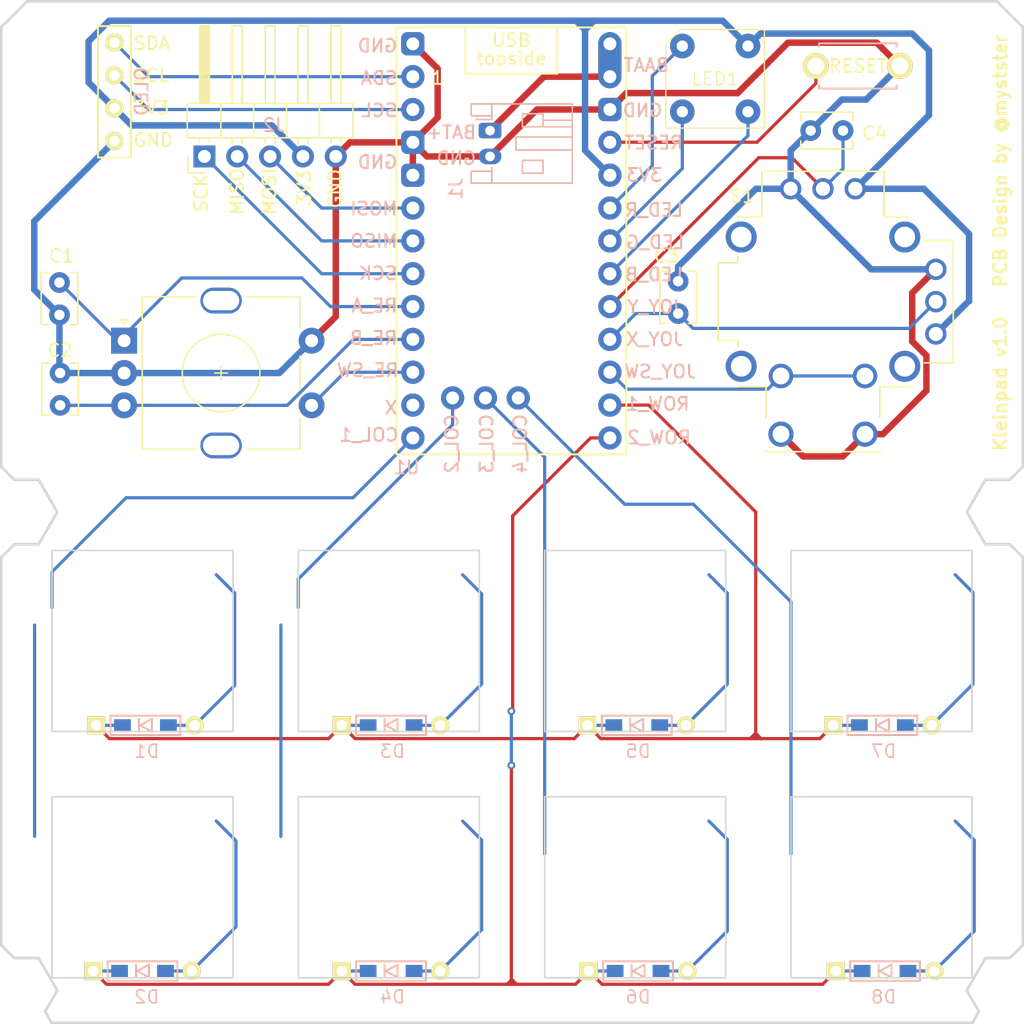
<source format=kicad_pcb>
(kicad_pcb (version 20241229) (generator "pcbnew") (generator_version "9.0")
  (title_block (title "Kleinpad") (date "2025-07-19") (rev "1.0"))
  (layers (0 "F.Cu" signal) (2 "B.Cu" signal) (13 "F.Paste" user) (15 "B.Paste" user) (5 "F.SilkS" user "F.Silkscreen") (7 "B.SilkS" user "B.Silkscreen") (1 "F.Mask" user) (3 "B.Mask" user) (25 "Edge.Cuts" user))
  (net 0 "")
  (net 1 "RE_A")
  (net 2 "GND")
  (net 3 "RE_B")
  (net 4 "Net-(D1-A)")
  (net 5 "ROW_1")
  (net 6 "Net-(D2-A)")
  (net 7 "ROW_2")
  (net 8 "Net-(D3-A)")
  (net 9 "Net-(D4-A)")
  (net 10 "Net-(D5-A)")
  (net 11 "Net-(D6-A)")
  (net 12 "Net-(D7-A)")
  (net 13 "Net-(D8-A)")
  (net 14 "LED_G")
  (net 15 "LED_B")
  (net 16 "LED_R")
  (net 17 "+BATT")
  (net 18 "SCK")
  (net 19 "3V3")
  (net 20 "MISO")
  (net 21 "MOSI")
  (net 22 "SCL")
  (net 23 "SDA")
  (net 24 "COL_1")
  (net 25 "COL_2")
  (net 26 "COL_3")
  (net 27 "RST")
  (net 28 "RE_SW")
  (net 29 "COL_4")
  (net 31 "JOY_X")
  (net 32 "JOY_Y")
  (net 34 "JOY_SW")
  (footprint "Capacitor_THT:C_Disc_D3.8mm_W2.6mm_P2.50mm" (layer "F.Cu") (at 105.775625 84.7255 90)
    (property "Reference" "C1" (at 4.55 0.15 180) (layer "F.SilkS"))
    (property "Value" "0.1u")
    (pad "1" thru_hole circle (at 0 0 90) (size 1.6 1.6) (drill 0.8) (layers "*.Cu" "*.Mask") (net 2 "GND"))
    (pad "2" thru_hole circle (at 2.5 0 90) (size 1.6 1.6) (drill 0.8) (layers "*.Cu" "*.Mask") (net 1 "RE_A"))
  )
  (footprint "kbd_Parts:Diode_TH_SMD" (layer "F.Cu") (at 169.4225 116.4755)
    (property "Reference" "D7" (at 0.103125 2 0) (layer "B.SilkS") (effects (font (thickness 0.125)) (justify mirror)))
    (property "Value" "1N4148" (hide yes))
    (pad "1" thru_hole rect (at -3.81 0) (size 1.397 1.397) (drill 0.8128) (layers "*.Cu" "*.Mask" "F.SilkS") (net 5 "ROW_1"))
    (pad "1" smd rect (at -1.775 0) (size 1.3 0.95) (layers "B.Cu" "B.Mask" "B.Paste") (net 5 "ROW_1"))
    (pad "2" smd rect (at 1.775 0) (size 1.3 0.95) (layers "B.Cu" "B.Mask" "B.Paste") (net 12 "Net-(D7-A)"))
    (pad "2" thru_hole circle (at 3.81 0) (size 1.397 1.397) (drill 0.8128) (layers "*.Cu" "*.Mask" "F.SilkS") (net 12 "Net-(D7-A)"))
  )
  (footprint "kbd:SW_Hole" (layer "F.Cu") (at 150.30125 109.94675)
    (property "Reference" "RC3-1" (hide yes))
    (property "Value" "SW_Push" (hide yes))
    (fp_line (start -7 -7) (end -7 7) (stroke (width 0.12)) (layer "Edge.Cuts"))
    (fp_line (start -7 7) (end 7 7) (stroke (width 0.12)) (layer "Edge.Cuts"))
    (fp_line (start 7 -7) (end -7 -7) (stroke (width 0.12)) (layer "Edge.Cuts"))
    (fp_line (start 7 7) (end 7 -7) (stroke (width 0.12)) (layer "Edge.Cuts"))
  )
  (footprint "Capacitor_THT:C_Disc_D3.8mm_W2.6mm_P2.50mm" (layer "F.Cu") (at 166.375625 70.4755 180)
    (property "Reference" "C4" (at -2.45 -0.2 0) (layer "F.SilkS"))
    (property "Value" "0.1u")
    (pad "1" thru_hole circle (at 0 0 180) (size 1.6 1.6) (drill 0.8) (layers "*.Cu" "*.Mask") (net 32 "JOY_Y"))
    (pad "2" thru_hole circle (at 2.5 0 180) (size 1.6 1.6) (drill 0.8) (layers "*.Cu" "*.Mask") (net 2 "GND"))
  )
  (footprint "myLibrary:LED Rectangle(OSTBMAZ2C1D)" (layer "F.Cu") (at 156.485625 66.4755 90)
    (property "Reference" "LED1" (at 0 0 0) (layer "F.SilkS") (effects (font (thickness 0.1))))
    (property "Value" "LED_ABGR")
    (pad "1" thru_hole circle (at 2.54 2.54 90) (size 1.905 1.905) (drill 0.87) (layers "*.Cu" "*.Mask") (net 19 "3V3"))
    (pad "2" thru_hole circle (at -2.54 2.54 90) (size 1.905 1.905) (drill 0.87) (layers "*.Cu" "*.Mask") (net 15 "LED_B"))
    (pad "3" thru_hole circle (at -2.54 -2.54 90) (size 1.905 1.905) (drill 0.87) (layers "*.Cu" "*.Mask") (net 14 "LED_G"))
    (pad "4" thru_hole circle (at 2.54 -2.54 90) (size 1.905 1.905) (drill 0.87) (layers "*.Cu" "*.Mask") (net 16 "LED_R"))
  )
  (footprint "Capacitor_THT:C_Disc_D3.8mm_W2.6mm_P2.50mm" (layer "F.Cu") (at 153.625625 84.6255 90)
    (property "Reference" "C3" (at 4.45 -0.9 180) (layer "F.SilkS"))
    (property "Value" "0.1u")
    (pad "1" thru_hole circle (at 0 0 90) (size 1.6 1.6) (drill 0.8) (layers "*.Cu" "*.Mask") (net 31 "JOY_X"))
    (pad "2" thru_hole circle (at 2.5 0 90) (size 1.6 1.6) (drill 0.8) (layers "*.Cu" "*.Mask") (net 2 "GND"))
  )
  (footprint "RKJXV122400R:SW_RKJXV122400R" (layer "F.Cu") (at 164.825625 83.7055)
    (property "Reference" "S1" (at -6.25 -8.15 0) (layer "F.SilkS"))
    (property "Value" "RKJXV122400R")
    (pad "" np_thru_hole circle (at -4.3 0) (size 1.65 1.65) (drill 1.65) (layers "*.Cu" "*.Mask"))
    (pad "" np_thru_hole circle (at 4.3 0) (size 1.65 1.65) (drill 1.65) (layers "*.Cu" "*.Mask"))
    (pad "A" thru_hole circle (at -3.25 5.75) (size 1.9 1.9) (drill 1.3) (layers "*.Cu" "*.Mask") (net 34 "JOY_SW"))
    (pad "B" thru_hole circle (at -3.25 10.25) (size 1.95 1.95) (drill 1.3) (layers "*.Cu" "*.Mask") (net 2 "GND"))
    (pad "C" thru_hole circle (at 3.25 5.75) (size 1.9 1.9) (drill 1.3) (layers "*.Cu" "*.Mask") (net 34 "JOY_SW"))
    (pad "D" thru_hole circle (at 3.25 10.25) (size 1.95 1.95) (drill 1.3) (layers "*.Cu" "*.Mask") (net 2 "GND"))
    (pad "SH1" thru_hole circle (at -6.325 -5) (size 2.4 2.4) (drill 1.6) (layers "*.Cu" "*.Mask"))
    (pad "SH2" thru_hole circle (at 6.325 -5) (size 2.4 2.4) (drill 1.6) (layers "*.Cu" "*.Mask"))
    (pad "SH3" thru_hole circle (at 6.325 5) (size 2.4 2.4) (drill 1.6) (layers "*.Cu" "*.Mask"))
    (pad "SH4" thru_hole circle (at -6.325 5) (size 2.4 2.4) (drill 1.6) (layers "*.Cu" "*.Mask"))
    (pad "VR1_1" thru_hole circle (at 8.73 2.5) (size 1.65 1.65) (drill 1.1) (layers "*.Cu" "*.Mask") (net 19 "3V3"))
    (pad "VR1_2" thru_hole circle (at 8.73 0) (size 1.65 1.65) (drill 1.1) (layers "*.Cu" "*.Mask") (net 31 "JOY_X"))
    (pad "VR1_3" thru_hole circle (at 8.73 -2.5) (size 1.65 1.65) (drill 1.1) (layers "*.Cu" "*.Mask") (net 2 "GND"))
    (pad "VR2_1" thru_hole circle (at 2.5 -8.73) (size 1.65 1.65) (drill 1.1) (layers "*.Cu" "*.Mask") (net 19 "3V3"))
    (pad "VR2_2" thru_hole circle (at 0 -8.73) (size 1.65 1.65) (drill 1.1) (layers "*.Cu" "*.Mask") (net 32 "JOY_Y"))
    (pad "VR2_3" thru_hole circle (at -2.5 -8.73) (size 1.65 1.65) (drill 1.1) (layers "*.Cu" "*.Mask") (net 2 "GND"))
  )
  (footprint "kbd_Parts:OLED" (layer "F.Cu") (at 110.025625 63.6655 -90)
    (property "Reference" "OL1")
    (property "Value" "OLED" (hide yes))
    (fp_text user "OLED" (at 3.8 -2.1 90) (layer "B.SilkS") (effects (justify mirror)))
    (pad "1" thru_hole circle (at 0 0 270) (size 1.397 1.397) (drill 0.8128) (layers "*.Cu" "*.Mask" "F.SilkS") (net 23 "SDA"))
    (pad "2" thru_hole circle (at 2.54 0 270) (size 1.397 1.397) (drill 0.8128) (layers "*.Cu" "*.Mask" "F.SilkS") (net 22 "SCL"))
    (pad "3" thru_hole circle (at 5.08 0 270) (size 1.397 1.397) (drill 0.8128) (layers "*.Cu" "*.Mask" "F.SilkS") (net 19 "3V3"))
    (pad "4" thru_hole circle (at 7.62 0 270) (size 1.397 1.397) (drill 0.8128) (layers "*.Cu" "*.Mask" "F.SilkS") (net 2 "GND"))
  )
  (footprint "kbd:SW_Hole" (layer "F.Cu") (at 169.35125 109.94675)
    (property "Reference" "RC4-1" (hide yes))
    (property "Value" "SW_Push" (hide yes))
    (fp_line (start -7 -7) (end -7 7) (stroke (width 0.12)) (layer "Edge.Cuts"))
    (fp_line (start -7 7) (end 7 7) (stroke (width 0.12)) (layer "Edge.Cuts"))
    (fp_line (start 7 -7) (end -7 -7) (stroke (width 0.12)) (layer "Edge.Cuts"))
    (fp_line (start 7 7) (end 7 -7) (stroke (width 0.12)) (layer "Edge.Cuts"))
  )
  (footprint "kbd_Parts:Diode_TH_SMD" (layer "F.Cu") (at 150.525625 135.4755)
    (property "Reference" "D6" (at 0 2 0) (layer "B.SilkS") (effects (font (thickness 0.125)) (justify mirror)))
    (property "Value" "1N4148" (hide yes))
    (pad "1" thru_hole rect (at -3.81 0) (size 1.397 1.397) (drill 0.8128) (layers "*.Cu" "*.Mask" "F.SilkS") (net 7 "ROW_2"))
    (pad "1" smd rect (at -1.775 0) (size 1.3 0.95) (layers "B.Cu" "B.Mask" "B.Paste") (net 7 "ROW_2"))
    (pad "2" smd rect (at 1.775 0) (size 1.3 0.95) (layers "B.Cu" "B.Mask" "B.Paste") (net 11 "Net-(D6-A)"))
    (pad "2" thru_hole circle (at 3.81 0) (size 1.397 1.397) (drill 0.8128) (layers "*.Cu" "*.Mask" "F.SilkS") (net 11 "Net-(D6-A)"))
  )
  (footprint "Keebio-Parts.pretty-master:RotaryEncoder_EC11" (layer "F.Cu") (at 118.275625 89.2255)
    (property "Reference" "SW2")
    (property "Value" "RotaryEncoder_Switch")
    (pad "" np_thru_hole oval (at 0 -5.6) (size 3.2 2) (drill oval 2.8 1.5) (layers "*.Cu" "*.Mask"))
    (pad "" np_thru_hole oval (at 0 5.6) (size 3.2 2) (drill oval 2.8 1.5) (layers "*.Cu" "*.Mask"))
    (pad "A" thru_hole rect (at -7.5 -2.5) (size 2 2) (drill 1) (layers "*.Cu" "*.Mask") (net 1 "RE_A"))
    (pad "B" thru_hole circle (at -7.5 2.5) (size 2 2) (drill 1) (layers "*.Cu" "*.Mask") (net 3 "RE_B"))
    (pad "C" thru_hole circle (at -7.5 0) (size 2 2) (drill 1) (layers "*.Cu" "*.Mask") (net 2 "GND"))
    (pad "S1" thru_hole circle (at 7 2.5) (size 2 2) (drill 1) (layers "*.Cu" "*.Mask") (net 28 "RE_SW"))
    (pad "S2" thru_hole circle (at 7 -2.5) (size 2 2) (drill 1) (layers "*.Cu" "*.Mask") (net 2 "GND"))
  )
  (footprint "kbd_Parts:Diode_TH_SMD" (layer "F.Cu") (at 112.4225 116.4755)
    (property "Reference" "D1" (at 0.103125 2 0) (layer "B.SilkS") (effects (font (thickness 0.125)) (justify mirror)))
    (property "Value" "1N4148" (hide yes))
    (pad "1" thru_hole rect (at -3.81 0) (size 1.397 1.397) (drill 0.8128) (layers "*.Cu" "*.Mask" "F.SilkS") (net 5 "ROW_1"))
    (pad "1" smd rect (at -1.775 0) (size 1.3 0.95) (layers "B.Cu" "B.Mask" "B.Paste") (net 5 "ROW_1"))
    (pad "2" smd rect (at 1.775 0) (size 1.3 0.95) (layers "B.Cu" "B.Mask" "B.Paste") (net 4 "Net-(D1-A)"))
    (pad "2" thru_hole circle (at 3.81 0) (size 1.397 1.397) (drill 0.8128) (layers "*.Cu" "*.Mask" "F.SilkS") (net 4 "Net-(D1-A)"))
  )
  (footprint "kbd:SW_Hole" (layer "F.Cu") (at 150.30125 128.99675)
    (property "Reference" "RC3-2" (hide yes))
    (property "Value" "SW_Push" (hide yes))
    (fp_line (start -7 -7) (end -7 7) (stroke (width 0.12)) (layer "Edge.Cuts"))
    (fp_line (start -7 7) (end 7 7) (stroke (width 0.12)) (layer "Edge.Cuts"))
    (fp_line (start 7 -7) (end -7 -7) (stroke (width 0.12)) (layer "Edge.Cuts"))
    (fp_line (start 7 7) (end 7 -7) (stroke (width 0.12)) (layer "Edge.Cuts"))
  )
  (footprint "kbd_Parts:Diode_TH_SMD" (layer "F.Cu") (at 112.1975 135.4755)
    (property "Reference" "D2" (at 0.328125 2 0) (layer "B.SilkS") (effects (font (thickness 0.125)) (justify mirror)))
    (property "Value" "1N4148" (hide yes))
    (pad "1" thru_hole rect (at -3.81 0) (size 1.397 1.397) (drill 0.8128) (layers "*.Cu" "*.Mask" "F.SilkS") (net 7 "ROW_2"))
    (pad "1" smd rect (at -1.775 0) (size 1.3 0.95) (layers "B.Cu" "B.Mask" "B.Paste") (net 7 "ROW_2"))
    (pad "2" smd rect (at 1.775 0) (size 1.3 0.95) (layers "B.Cu" "B.Mask" "B.Paste") (net 6 "Net-(D2-A)"))
    (pad "2" thru_hole circle (at 3.81 0) (size 1.397 1.397) (drill 0.8128) (layers "*.Cu" "*.Mask" "F.SilkS") (net 6 "Net-(D2-A)"))
  )
  (footprint "kbd:SW_Hole" (layer "F.Cu") (at 112.20125 128.99675)
    (property "Reference" "RC1-2" (hide yes))
    (property "Value" "SW_Push" (hide yes))
    (fp_line (start -7 -7) (end -7 7) (stroke (width 0.12)) (layer "Edge.Cuts"))
    (fp_line (start -7 7) (end 7 7) (stroke (width 0.12)) (layer "Edge.Cuts"))
    (fp_line (start 7 -7) (end -7 -7) (stroke (width 0.12)) (layer "Edge.Cuts"))
    (fp_line (start 7 7) (end 7 -7) (stroke (width 0.12)) (layer "Edge.Cuts"))
  )
  (footprint "PCM_marbastlib-xp-promicroish:SuperMini_nRF52840_AH_USBup" (layer "F.Cu") (at 140.725625 80.2755)
    (property "Reference" "U1" (at -7 16.25625 0) (layer "B.SilkS") (effects (justify left mirror)))
    (property "Value" "SuperMini nRF52840")
    (fp_text user "1" (at -5.715 -13.2825 0) (layer "F.SilkS") (effects (justify bottom)))
    (fp_text user "topside" (at 0 -14.8 0) (layer "F.SilkS") (effects (justify bottom)))
    (fp_text user "USB" (at 0 -16.2 0) (layer "F.SilkS") (effects (justify bottom)))
    (pad "1" thru_hole circle (at -7.62 -13.97) (size 1.8 1.8) (drill 1) (layers "*.Cu" "B.Mask") (net 23 "SDA"))
    (pad "2" thru_hole circle (at -7.62 -11.43) (size 1.8 1.8) (drill 1) (layers "*.Cu" "B.Mask") (net 22 "SCL"))
    (pad "3" thru_hole roundrect (at -7.62 -8.89) (size 1.8 1.8) (drill 1) (layers "*.Cu" "B.Mask") (net 2 "GND"))
    (pad "4" thru_hole roundrect (at -7.62 -6.35) (size 1.8 1.8) (drill 1) (layers "*.Cu" "B.Mask") (net 2 "GND"))
    (pad "5" thru_hole circle (at -7.62 -3.81) (size 1.8 1.8) (drill 1) (layers "*.Cu" "B.Mask") (net 21 "MOSI"))
    (pad "6" thru_hole circle (at -7.62 -1.27) (size 1.8 1.8) (drill 1) (layers "*.Cu" "B.Mask") (net 20 "MISO"))
    (pad "7" thru_hole circle (at -7.62 1.27) (size 1.8 1.8) (drill 1) (layers "*.Cu" "B.Mask") (net 18 "SCK"))
    (pad "8" thru_hole circle (at -7.62 3.81) (size 1.8 1.8) (drill 1) (layers "*.Cu" "B.Mask") (net 1 "RE_A"))
    (pad "9" thru_hole circle (at -7.62 6.35) (size 1.8 1.8) (drill 1) (layers "*.Cu" "B.Mask") (net 3 "RE_B"))
    (pad "10" thru_hole circle (at -7.62 8.89) (size 1.8 1.8) (drill 1) (layers "*.Cu" "B.Mask") (net 28 "RE_SW"))
    (pad "11" thru_hole circle (at -7.62 11.43) (size 1.8 1.8) (drill 1) (layers "*.Cu" "B.Mask"))
    (pad "12" thru_hole circle (at -7.62 13.97) (size 1.8 1.8) (drill 1) (layers "*.Cu" "B.Mask") (net 24 "COL_1"))
    (pad "13" thru_hole oval (at 7.62 -13.97) (size 1.8 4.34) (drill 1 (offset 0 -1.27)) (layers "*.Cu" "B.Mask") (net 17 "+BATT"))
    (pad "14" thru_hole roundrect (at 7.62 -11.43) (size 1.8 1.8) (drill 1) (layers "*.Cu" "B.Mask") (net 2 "GND"))
    (pad "15" thru_hole circle (at 7.62 -8.89) (size 1.8 1.8) (drill 1) (layers "*.Cu" "B.Mask") (net 27 "RST"))
    (pad "16" thru_hole circle (at 7.62 -6.35) (size 1.8 1.8) (drill 1) (layers "*.Cu" "B.Mask") (net 19 "3V3"))
    (pad "17" thru_hole circle (at 7.62 -3.81) (size 1.8 1.8) (drill 1) (layers "*.Cu" "B.Mask") (net 16 "LED_R"))
    (pad "18" thru_hole circle (at 7.62 -1.27) (size 1.8 1.8) (drill 1) (layers "*.Cu" "B.Mask") (net 14 "LED_G"))
    (pad "19" thru_hole circle (at 7.62 1.27) (size 1.8 1.8) (drill 1) (layers "*.Cu" "B.Mask") (net 15 "LED_B"))
    (pad "20" thru_hole circle (at 7.62 3.81) (size 1.8 1.8) (drill 1) (layers "*.Cu" "B.Mask") (net 32 "JOY_Y"))
    (pad "21" thru_hole circle (at 7.62 6.35) (size 1.8 1.8) (drill 1) (layers "*.Cu" "B.Mask") (net 31 "JOY_X"))
    (pad "22" thru_hole circle (at 7.62 8.89) (size 1.8 1.8) (drill 1) (layers "*.Cu" "B.Mask") (net 34 "JOY_SW"))
    (pad "23" thru_hole circle (at 7.62 11.43) (size 1.8 1.8) (drill 1) (layers "*.Cu" "B.Mask") (net 5 "ROW_1"))
    (pad "24" thru_hole circle (at 7.62 13.97) (size 1.8 1.8) (drill 1) (layers "*.Cu" "B.Mask") (net 7 "ROW_2"))
    (pad "25" thru_hole circle (at -4.5466 10.87628) (size 1.8 1.8) (drill 1) (layers "*.Cu" "B.Mask") (net 25 "COL_2"))
    (pad "26" thru_hole circle (at -2.0066 10.87628) (size 1.8 1.8) (drill 1) (layers "*.Cu" "B.Mask") (net 26 "COL_3"))
    (pad "27" thru_hole circle (at 0.5334 10.87628) (size 1.8 1.8) (drill 1) (layers "*.Cu" "B.Mask") (net 29 "COL_4"))
    (pad "28" thru_hole roundrect (at -7.62 -16.51) (size 1.8 1.8) (drill 1) (layers "*.Cu" "B.Mask") (net 2 "GND"))
    (pad "29" thru_hole circle (at 7.62 -16.51) (size 1.8 1.8) (drill 1) (layers "*.Cu" "B.Mask") (net 17 "+BATT"))
  )
  (footprint "kbd_Parts:Diode_TH_SMD" (layer "F.Cu") (at 131.4225 116.4755)
    (property "Reference" "D3" (at 0.103125 2 0) (layer "B.SilkS") (effects (font (thickness 0.125)) (justify mirror)))
    (property "Value" "1N4148" (hide yes))
    (pad "1" thru_hole rect (at -3.81 0) (size 1.397 1.397) (drill 0.8128) (layers "*.Cu" "*.Mask" "F.SilkS") (net 5 "ROW_1"))
    (pad "1" smd rect (at -1.775 0) (size 1.3 0.95) (layers "B.Cu" "B.Mask" "B.Paste") (net 5 "ROW_1"))
    (pad "2" smd rect (at 1.775 0) (size 1.3 0.95) (layers "B.Cu" "B.Mask" "B.Paste") (net 8 "Net-(D3-A)"))
    (pad "2" thru_hole circle (at 3.81 0) (size 1.397 1.397) (drill 0.8128) (layers "*.Cu" "*.Mask" "F.SilkS") (net 8 "Net-(D3-A)"))
  )
  (footprint "kbd_Parts:ResetSW" (layer "F.Cu") (at 167.525625 65.4755 180)
    (property "Reference" "SW1" (hide yes))
    (property "Value" "SW_Push")
    (fp_text user "RESET" (at 0 0 0) (layer "F.SilkS"))
    (pad "1" thru_hole circle (at 3.25 0 180) (size 2 2) (drill 1.3) (layers "*.Cu" "*.Mask" "F.SilkS") (net 27 "RST"))
    (pad "2" thru_hole circle (at -3.25 0 180) (size 2 2) (drill 1.3) (layers "*.Cu" "*.Mask" "F.SilkS") (net 2 "GND"))
  )
  (footprint "kbd:SW_Hole" (layer "F.Cu") (at 169.35125 128.99675)
    (property "Reference" "RC4-2" (hide yes))
    (property "Value" "SW_Push" (hide yes))
    (fp_line (start -7 -7) (end -7 7) (stroke (width 0.12)) (layer "Edge.Cuts"))
    (fp_line (start -7 7) (end 7 7) (stroke (width 0.12)) (layer "Edge.Cuts"))
    (fp_line (start 7 -7) (end -7 -7) (stroke (width 0.12)) (layer "Edge.Cuts"))
    (fp_line (start 7 7) (end 7 -7) (stroke (width 0.12)) (layer "Edge.Cuts"))
  )
  (footprint "kbd:SW_Hole" (layer "F.Cu") (at 131.25125 128.99675)
    (property "Reference" "RC2-2" (hide yes))
    (property "Value" "SW_Push" (hide yes))
    (fp_line (start -7 -7) (end -7 7) (stroke (width 0.12)) (layer "Edge.Cuts"))
    (fp_line (start -7 7) (end 7 7) (stroke (width 0.12)) (layer "Edge.Cuts"))
    (fp_line (start 7 -7) (end -7 -7) (stroke (width 0.12)) (layer "Edge.Cuts"))
    (fp_line (start 7 7) (end 7 -7) (stroke (width 0.12)) (layer "Edge.Cuts"))
  )
  (footprint "kbd_Parts:Diode_TH_SMD" (layer "F.Cu") (at 150.4225 116.4755)
    (property "Reference" "D5" (at 0.103125 2 0) (layer "B.SilkS") (effects (font (thickness 0.125)) (justify mirror)))
    (property "Value" "1N4148" (hide yes))
    (pad "1" thru_hole rect (at -3.81 0) (size 1.397 1.397) (drill 0.8128) (layers "*.Cu" "*.Mask" "F.SilkS") (net 5 "ROW_1"))
    (pad "1" smd rect (at -1.775 0) (size 1.3 0.95) (layers "B.Cu" "B.Mask" "B.Paste") (net 5 "ROW_1"))
    (pad "2" smd rect (at 1.775 0) (size 1.3 0.95) (layers "B.Cu" "B.Mask" "B.Paste") (net 10 "Net-(D5-A)"))
    (pad "2" thru_hole circle (at 3.81 0) (size 1.397 1.397) (drill 0.8128) (layers "*.Cu" "*.Mask" "F.SilkS") (net 10 "Net-(D5-A)"))
  )
  (footprint "Connector_PinHeader_2.54mm:PinHeader_1x05_P2.54mm_Horizontal" (layer "F.Cu") (at 116.985625 72.4755 90)
    (property "Reference" "J2" (at 2.41875 5.37625 0) (layer "B.SilkS") (effects (justify mirror)))
    (property "Value" "Conn_01x05")
    (pad "1" thru_hole rect (at 0 0 90) (size 1.7 1.7) (drill 1) (layers "*.Cu" "*.Mask") (net 18 "SCK"))
    (pad "2" thru_hole oval (at 0 2.54 90) (size 1.7 1.7) (drill 1) (layers "*.Cu" "*.Mask") (net 20 "MISO"))
    (pad "3" thru_hole oval (at 0 5.08 90) (size 1.7 1.7) (drill 1) (layers "*.Cu" "*.Mask") (net 21 "MOSI"))
    (pad "4" thru_hole oval (at 0 7.62 90) (size 1.7 1.7) (drill 1) (layers "*.Cu" "*.Mask") (net 19 "3V3"))
    (pad "5" thru_hole oval (at 0 10.16 90) (size 1.7 1.7) (drill 1) (layers "*.Cu" "*.Mask") (net 2 "GND"))
  )
  (footprint "kbd_Parts:Diode_TH_SMD" (layer "F.Cu") (at 169.625625 135.4755)
    (property "Reference" "D8" (at -0.1 2 0) (layer "B.SilkS") (effects (font (thickness 0.125)) (justify mirror)))
    (property "Value" "1N4148" (hide yes))
    (pad "1" thru_hole rect (at -3.81 0) (size 1.397 1.397) (drill 0.8128) (layers "*.Cu" "*.Mask" "F.SilkS") (net 7 "ROW_2"))
    (pad "1" smd rect (at -1.775 0) (size 1.3 0.95) (layers "B.Cu" "B.Mask" "B.Paste") (net 7 "ROW_2"))
    (pad "2" smd rect (at 1.775 0) (size 1.3 0.95) (layers "B.Cu" "B.Mask" "B.Paste") (net 13 "Net-(D8-A)"))
    (pad "2" thru_hole circle (at 3.81 0) (size 1.397 1.397) (drill 0.8128) (layers "*.Cu" "*.Mask" "F.SilkS") (net 13 "Net-(D8-A)"))
  )
  (footprint "kbd:SW_Hole" (layer "F.Cu") (at 112.20125 109.94675)
    (property "Reference" "RC1-1" (hide yes))
    (property "Value" "SW_Push" (hide yes))
    (fp_line (start -7 -7) (end -7 7) (stroke (width 0.12)) (layer "Edge.Cuts"))
    (fp_line (start -7 7) (end 7 7) (stroke (width 0.12)) (layer "Edge.Cuts"))
    (fp_line (start 7 -7) (end -7 -7) (stroke (width 0.12)) (layer "Edge.Cuts"))
    (fp_line (start 7 7) (end 7 -7) (stroke (width 0.12)) (layer "Edge.Cuts"))
  )
  (footprint "kbd:SW_Hole" (layer "F.Cu") (at 131.25125 109.94675)
    (property "Reference" "RC2-1" (hide yes))
    (property "Value" "SW_Push" (hide yes))
    (fp_line (start -7 -7) (end -7 7) (stroke (width 0.12)) (layer "Edge.Cuts"))
    (fp_line (start -7 7) (end 7 7) (stroke (width 0.12)) (layer "Edge.Cuts"))
    (fp_line (start 7 -7) (end -7 -7) (stroke (width 0.12)) (layer "Edge.Cuts"))
    (fp_line (start 7 7) (end 7 -7) (stroke (width 0.12)) (layer "Edge.Cuts"))
  )
  (footprint "Capacitor_THT:C_Disc_D3.8mm_W2.6mm_P2.50mm" (layer "F.Cu") (at 105.825625 91.7255 90)
    (property "Reference" "C2" (at 4.25 0 180) (layer "F.SilkS"))
    (property "Value" "0.1u")
    (pad "1" thru_hole circle (at 0 0 90) (size 1.6 1.6) (drill 0.8) (layers "*.Cu" "*.Mask") (net 3 "RE_B"))
    (pad "2" thru_hole circle (at 2.5 0 90) (size 1.6 1.6) (drill 0.8) (layers "*.Cu" "*.Mask") (net 2 "GND"))
  )
  (footprint "kbd_Parts:Diode_TH_SMD" (layer "F.Cu") (at 131.4225 135.4755)
    (property "Reference" "D4" (at 0.103125 2 0) (layer "B.SilkS") (effects (font (thickness 0.125)) (justify mirror)))
    (property "Value" "1N4148" (hide yes))
    (pad "1" thru_hole rect (at -3.81 0) (size 1.397 1.397) (drill 0.8128) (layers "*.Cu" "*.Mask" "F.SilkS") (net 7 "ROW_2"))
    (pad "1" smd rect (at -1.775 0) (size 1.3 0.95) (layers "B.Cu" "B.Mask" "B.Paste") (net 7 "ROW_2"))
    (pad "2" smd rect (at 1.775 0) (size 1.3 0.95) (layers "B.Cu" "B.Mask" "B.Paste") (net 9 "Net-(D4-A)"))
    (pad "2" thru_hole circle (at 3.81 0) (size 1.397 1.397) (drill 0.8128) (layers "*.Cu" "*.Mask" "F.SilkS") (net 9 "Net-(D4-A)"))
  )
  (footprint "Connector_JST:JST_PH_S2B-PH-K_1x02_P2.00mm_Horizontal" (layer "B.Cu") (at 139.075625 70.4755 -90)
    (property "Reference" "J1" (at 4.5 2.65 90) (layer "B.SilkS") (effects (justify mirror)))
    (property "Value" "Conn_01x02")
    (pad "1" thru_hole roundrect (at 0 0 270) (size 1.2 1.75) (drill 0.75) (layers "*.Cu" "*.Mask") (roundrect_rratio 0.208333) (net 17 "+BATT"))
    (pad "2" thru_hole oval (at 2 0 270) (size 1.2 1.75) (drill 0.75) (layers "*.Cu" "*.Mask") (net 2 "GND"))
  )
  (gr_line (start 101.275625 103.4755) (end 102.275625 102.4755) (stroke (width 0.2)) (layer "Edge.Cuts"))
  (gr_line (start 104.162376 97.4755) (end 102.275625 97.4755) (stroke (width 0.2)) (layer "Edge.Cuts"))
  (gr_line (start 105.162376 139.4755) (end 104.662376 138.609475) (stroke (width 0.2)) (layer "Edge.Cuts"))
  (gr_circle (center 180.275625 139.4755) (end 180.285625 139.4755) (stroke (width 0.0001)) (fill yes) (layer "Edge.Cuts"))
  (gr_line (start 102.275625 102.4755) (end 104.162376 102.4755) (stroke (width 0.2)) (layer "Edge.Cuts"))
  (gr_line (start 178.275625 60.4755) (end 103.275625 60.4755) (stroke (width 0.2)) (layer "Edge.Cuts"))
  (gr_circle (center 101.275625 60.4755) (end 101.285625 60.4755) (stroke (width 0.0001)) (fill yes) (layer "Edge.Cuts"))
  (gr_line (start 105.162376 139.4755) (end 176.388874 139.4755) (stroke (width 0.2)) (layer "Edge.Cuts"))
  (gr_circle (center 180.275625 60.4755) (end 180.285625 60.4755) (stroke (width 0.0001)) (fill yes) (layer "Edge.Cuts"))
  (gr_line (start 102.275625 97.4755) (end 101.275625 96.4755) (stroke (width 0.2)) (layer "Edge.Cuts"))
  (gr_line (start 179.275625 97.4755) (end 177.388874 97.4755) (stroke (width 0.2)) (layer "Edge.Cuts"))
  (gr_line (start 175.945498 136.9755) (end 176.888874 138.609475) (stroke (width 0.2)) (layer "Edge.Cuts"))
  (gr_line (start 180.275625 96.4755) (end 180.275625 62.4755) (stroke (width 0.2)) (layer "Edge.Cuts"))
  (gr_line (start 180.275625 133.4755) (end 179.275625 134.4755) (stroke (width 0.2)) (layer "Edge.Cuts"))
  (gr_line (start 101.275625 62.4755) (end 101.275625 96.4755) (stroke (width 0.2)) (layer "Edge.Cuts"))
  (gr_line (start 180.275625 133.4755) (end 180.275625 103.4755) (stroke (width 0.2)) (layer "Edge.Cuts"))
  (gr_line (start 177.388874 102.4755) (end 179.275625 102.4755) (stroke (width 0.2)) (layer "Edge.Cuts"))
  (gr_line (start 104.162376 134.4755) (end 102.275625 134.4755) (stroke (width 0.2)) (layer "Edge.Cuts"))
  (gr_line (start 104.662376 138.609475) (end 105.605752 136.9755) (stroke (width 0.2)) (layer "Edge.Cuts"))
  (gr_line (start 176.388874 139.4755) (end 176.888874 138.609475) (stroke (width 0.2)) (layer "Edge.Cuts"))
  (gr_circle (center 178.832249 99.9755) (end 178.842249 99.9755) (stroke (width 0.0001)) (fill yes) (layer "Edge.Cuts"))
  (gr_circle (center 102.719001 99.9755) (end 102.729001 99.9755) (stroke (width 0.0001)) (fill yes) (layer "Edge.Cuts"))
  (gr_line (start 177.388874 97.4755) (end 175.945498 99.9755) (stroke (width 0.2)) (layer "Edge.Cuts"))
  (gr_line (start 105.605752 136.9755) (end 104.162376 134.4755) (stroke (width 0.2)) (layer "Edge.Cuts"))
  (gr_line (start 179.275625 134.4755) (end 177.388874 134.4755) (stroke (width 0.2)) (layer "Edge.Cuts"))
  (gr_line (start 105.605752 99.9755) (end 104.162376 97.4755) (stroke (width 0.2)) (layer "Edge.Cuts"))
  (gr_line (start 179.275625 102.4755) (end 180.275625 103.4755) (stroke (width 0.2)) (layer "Edge.Cuts"))
  (gr_line (start 178.275625 60.4755) (end 180.275625 62.4755) (stroke (width 0.2)) (layer "Edge.Cuts"))
  (gr_line (start 104.162376 102.4755) (end 105.605752 99.9755) (stroke (width 0.2)) (layer "Edge.Cuts"))
  (gr_line (start 102.275625 134.4755) (end 101.275625 133.4755) (stroke (width 0.2)) (layer "Edge.Cuts"))
  (gr_line (start 177.388874 134.4755) (end 175.945498 136.9755) (stroke (width 0.2)) (layer "Edge.Cuts"))
  (gr_line (start 101.275625 103.4755) (end 101.275625 133.4755) (stroke (width 0.2)) (layer "Edge.Cuts"))
  (gr_line (start 175.945498 99.9755) (end 177.388874 102.4755) (stroke (width 0.2)) (layer "Edge.Cuts"))
  (gr_line (start 103.275625 60.4755) (end 101.275625 62.4755) (stroke (width 0.2)) (layer "Edge.Cuts"))
  (gr_circle (center 178.832249 136.9755) (end 178.842249 136.9755) (stroke (width 0.0001)) (fill yes) (layer "Edge.Cuts"))
  (gr_line (start 180.275625 96.4755) (end 179.275625 97.4755) (stroke (width 0.2)) (layer "Edge.Cuts"))
  (gr_text "MISO" (at 120.1 77.1 90) (layer "F.SilkS") (effects (font (size 1 1) (thickness 0.16)) (justify left bottom)))
  (gr_text "Kleinpad v1.0   PCB Design by @mystster" (at 179.125625 95.3755 90) (layer "F.SilkS") (effects (font (size 1 1) (thickness 0.2) (bold yes)) (justify left bottom)))
  (gr_text "3V3" (at 111.4 69.3 0) (layer "F.SilkS") (effects (font (size 1 1) (thickness 0.16)) (justify left bottom)))
  (gr_text "SCL" (at 111.4 66.8 0) (layer "F.SilkS") (effects (font (size 1 1) (thickness 0.16)) (justify left bottom)))
  (gr_text "MOSI" (at 122.6 77.1 90) (layer "F.SilkS") (effects (font (size 1 1) (thickness 0.16)) (justify left bottom)))
  (gr_text "SDA" (at 111.4 64.3 0) (layer "F.SilkS") (effects (font (size 1 1) (thickness 0.16)) (justify left bottom)))
  (gr_text "GND" (at 127.7 76.6 90) (layer "F.SilkS") (effects (font (size 1 1) (thickness 0.16)) (justify left bottom)))
  (gr_text "GND" (at 111.4 71.8 0) (layer "F.SilkS") (effects (font (size 1 1) (thickness 0.16)) (justify left bottom)))
  (gr_text "SCK" (at 117.3 76.9 90) (layer "F.SilkS") (effects (font (size 1 1) (thickness 0.16)) (justify left bottom)))
  (gr_text "3V3" (at 125.3 76.4 90) (layer "F.SilkS") (effects (font (size 1 1) (thickness 0.16)) (justify left bottom)))
  (gr_text "SDA" (at 132 67 0) (layer "B.SilkS") (effects (font (size 1 1) (thickness 0.16)) (justify left bottom mirror)))
  (gr_text "JOY_Y" (at 154.1 84.7 0) (layer "B.SilkS") (effects (font (size 1 1) (thickness 0.16)) (justify left bottom mirror)))
  (gr_text "BAAT" (at 153 66 0) (layer "B.SilkS") (effects (font (size 1 1) (thickness 0.16)) (justify left bottom mirror)))
  (gr_text "LED_G" (at 154.2 79.7 0) (layer "B.SilkS") (effects (font (size 1 1) (thickness 0.16)) (justify left bottom mirror)))
  (gr_text "RE_B" (at 132 87.1 0) (layer "B.SilkS") (effects (font (size 1 1) (thickness 0.16)) (justify left bottom mirror)))
  (gr_text "COL_3" (at 139.4 92.3 90) (layer "B.SilkS") (effects (font (size 1 1) (thickness 0.16)) (justify left bottom mirror)))
  (gr_text "COL_2" (at 136.7 92.3 90) (layer "B.SilkS") (effects (font (size 1 1) (thickness 0.16)) (justify left bottom mirror)))
  (gr_text "SCK" (at 132 82.1 0) (layer "B.SilkS") (effects (font (size 1 1) (thickness 0.16)) (justify left bottom mirror)))
  (gr_text "COL_1" (at 132.1 94.6 0) (layer "B.SilkS") (effects (font (size 1 1) (thickness 0.16)) (justify left bottom mirror)))
  (gr_text "MOSI" (at 132 77.1 0) (layer "B.SilkS") (effects (font (size 1 1) (thickness 0.16)) (justify left bottom mirror)))
  (gr_text "JOY_X" (at 154.1 87.2 0) (layer "B.SilkS") (effects (font (size 1 1) (thickness 0.16)) (justify left bottom mirror)))
  (gr_text "X" (at 132 92.5 0) (layer "B.SilkS") (effects (font (size 1 1) (thickness 0.16)) (justify left bottom mirror)))
  (gr_text "RESET" (at 154.1 72 0) (layer "B.SilkS") (effects (font (size 1 1) (thickness 0.16)) (justify left bottom mirror)))
  (gr_text "GND" (at 132 73.5 0) (layer "B.SilkS") (effects (font (size 1 1) (thickness 0.16)) (justify left bottom mirror)))
  (gr_text "BAT+" (at 138.1 71.2 0) (layer "B.SilkS") (effects (font (size 1 1) (thickness 0.16)) (justify left bottom mirror)))
  (gr_text "ROW_2" (at 154.7 94.8 0) (layer "B.SilkS") (effects (font (size 1 1) (thickness 0.16)) (justify left bottom mirror)))
  (gr_text "JOY_SW" (at 155.1 89.7 0) (layer "B.SilkS") (effects (font (size 1 1) (thickness 0.16)) (justify left bottom mirror)))
  (gr_text "LED_B" (at 154.1 82.2 0) (layer "B.SilkS") (effects (font (size 1 1) (thickness 0.16)) (justify left bottom mirror)))
  (gr_text "LED_R" (at 154.1 77.2 0) (layer "B.SilkS") (effects (font (size 1 1) (thickness 0.16)) (justify left bottom mirror)))
  (gr_text "RE_A" (at 132 84.6 0) (layer "B.SilkS") (effects (font (size 1 1) (thickness 0.16)) (justify left bottom mirror)))
  (gr_text "SCL" (at 132 69.5 0) (layer "B.SilkS") (effects (font (size 1 1) (thickness 0.16)) (justify left bottom mirror)))
  (gr_text "ROW_1" (at 154.6 92.2 0) (layer "B.SilkS") (effects (font (size 1 1) (thickness 0.16)) (justify left bottom mirror)))
  (gr_text "GND" (at 132 64.5 0) (layer "B.SilkS") (effects (font (size 1 1) (thickness 0.16)) (justify left bottom mirror)))
  (gr_text "RE_SW" (at 132.1 89.6 0) (layer "B.SilkS") (effects (font (size 1 1) (thickness 0.16)) (justify left bottom mirror)))
  (gr_text "GND" (at 138.1 73.2 0) (layer "B.SilkS") (effects (font (size 1 1) (thickness 0.16)) (justify left bottom mirror)))
  (gr_text "GND" (at 152.5 69.5 0) (layer "B.SilkS") (effects (font (size 1 1) (thickness 0.16)) (justify left bottom mirror)))
  (gr_text "COL_4" (at 142 92.3 90) (layer "B.SilkS") (effects (font (size 1 1) (thickness 0.16)) (justify left bottom mirror)))
  (gr_text "MISO" (at 132 79.6 0) (layer "B.SilkS") (effects (font (size 1 1) (thickness 0.16)) (justify left bottom mirror)))
  (gr_text "3V3" (at 152.5 74.5 0) (layer "B.SilkS") (effects (font (size 1 1) (thickness 0.16)) (justify left bottom mirror)))
  (segment (start 126.735625 84.0855) (end 124.525625 81.8755) (width 0.25) (layer "B.Cu") (net 1))
  (segment (start 124.525625 81.8755) (end 115.225625 81.8755) (width 0.25) (layer "B.Cu") (net 1))
  (segment (start 110.775625 86.7255) (end 110.275625 86.7255) (width 0.25) (layer "B.Cu") (net 1))
  (segment (start 133.105625 84.0855) (end 126.735625 84.0855) (width 0.25) (layer "B.Cu") (net 1))
  (segment (start 115.225625 81.8755) (end 110.775625 86.3255) (width 0.25) (layer "B.Cu") (net 1))
  (segment (start 110.275625 86.7255) (end 105.775625 82.2255) (width 0.25) (layer "B.Cu") (net 1))
  (segment (start 110.775625 86.3255) (end 110.775625 86.7255) (width 0.25) (layer "B.Cu") (net 1))
  (segment (start 163.295625 95.6755) (end 166.355625 95.6755) (width 0.5) (layer "F.Cu") (net 2))
  (segment (start 172.825625 90.584358) (end 172.825625 87.8755) (width 0.5) (layer "F.Cu") (net 2))
  (segment (start 142.705625 68.8455) (end 139.075625 72.4755) (width 0.5) (layer "F.Cu") (net 2))
  (segment (start 134.195625 72.4755) (end 133.105625 71.3855) (width 0.5) (layer "F.Cu") (net 2))
  (segment (start 172.825625 87.8755) (end 171.725625 86.7755) (width 0.5) (layer "F.Cu") (net 2))
  (segment (start 166.355625 95.6755) (end 168.075625 93.9555) (width 0.5) (layer "F.Cu") (net 2))
  (segment (start 133.105625 71.3855) (end 133.105625 73.9255) (width 0.5) (layer "F.Cu") (net 2))
  (segment (start 169.454483 93.9555) (end 172.825625 90.584358) (width 0.5) (layer "F.Cu") (net 2))
  (segment (start 158.225625 67.5755) (end 162.125625 63.6755) (width 0.5) (layer "F.Cu") (net 2))
  (segment (start 133.105625 71.3855) (end 128.235625 71.3855) (width 0.5) (layer "F.Cu") (net 2))
  (segment (start 149.615625 67.5755) (end 158.225625 67.5755) (width 0.5) (layer "F.Cu") (net 2))
  (segment (start 133.105625 71.3855) (end 135.025625 69.4655) (width 0.5) (layer "F.Cu") (net 2))
  (segment (start 162.125625 63.6755) (end 168.975625 63.6755) (width 0.5) (layer "F.Cu") (net 2))
  (segment (start 148.345625 68.8455) (end 149.615625 67.5755) (width 0.5) (layer "F.Cu") (net 2))
  (segment (start 168.075625 93.9555) (end 169.454483 93.9555) (width 0.5) (layer "F.Cu") (net 2))
  (segment (start 148.345625 68.8455) (end 142.705625 68.8455) (width 0.5) (layer "F.Cu") (net 2))
  (segment (start 135.025625 69.4655) (end 135.025625 65.6855) (width 0.5) (layer "F.Cu") (net 2))
  (segment (start 168.975625 63.6755) (end 170.775625 65.4755) (width 0.5) (layer "F.Cu") (net 2))
  (segment (start 161.575625 93.9555) (end 163.295625 95.6755) (width 0.5) (layer "F.Cu") (net 2))
  (segment (start 139.075625 72.4755) (end 134.195625 72.4755) (width 0.5) (layer "F.Cu") (net 2))
  (segment (start 171.725625 83.0355) (end 173.555625 81.2055) (width 0.5) (layer "F.Cu") (net 2))
  (segment (start 127.145625 84.8555) (end 125.275625 86.7255) (width 0.5) (layer "F.Cu") (net 2))
  (segment (start 135.025625 65.6855) (end 133.105625 63.7655) (width 0.5) (layer "F.Cu") (net 2))
  (segment (start 128.235625 71.3855) (end 127.145625 72.4755) (width 0.5) (layer "F.Cu") (net 2))
  (segment (start 127.145625 84.8555) (end 127.145625 72.4755) (width 0.5) (layer "F.Cu") (net 2))
  (segment (start 171.725625 86.7755) (end 171.725625 83.0355) (width 0.5) (layer "F.Cu") (net 2))
  (segment (start 105.775625 84.7255) (end 105.775625 89.1755) (width 0.5) (layer "B.Cu") (net 2))
  (segment (start 103.825625 77.4855) (end 103.825625 82.7755) (width 0.5) (layer "B.Cu") (net 2))
  (segment (start 163.875625 70.4755) (end 166.275625 68.0755) (width 0.5) (layer "B.Cu") (net 2))
  (segment (start 162.325625 74.9755) (end 162.325625 72.0255) (width 0.5) (layer "B.Cu") (net 2))
  (segment (start 166.275625 68.0755) (end 168.175625 68.0755) (width 0.5) (layer "B.Cu") (net 2))
  (segment (start 110.775625 89.2255) (end 122.775625 89.2255) (width 0.5) (layer "B.Cu") (net 2))
  (segment (start 162.325625 72.0255) (end 163.875625 70.4755) (width 0.5) (layer "B.Cu") (net 2))
  (segment (start 168.555625 81.2055) (end 162.325625 74.9755) (width 0.5) (layer "B.Cu") (net 2))
  (segment (start 153.625625 80.99413) (end 159.644255 74.9755) (width 0.5) (layer "B.Cu") (net 2))
  (segment (start 153.625625 82.1255) (end 153.625625 80.99413) (width 0.5) (layer "B.Cu") (net 2))
  (segment (start 159.644255 74.9755) (end 162.325625 74.9755) (width 0.5) (layer "B.Cu") (net 2))
  (segment (start 173.555625 81.2055) (end 168.555625 81.2055) (width 0.5) (layer "B.Cu") (net 2))
  (segment (start 122.775625 89.2255) (end 125.275625 86.7255) (width 0.5) (layer "B.Cu") (net 2))
  (segment (start 105.825625 89.2255) (end 110.775625 89.2255) (width 0.5) (layer "B.Cu") (net 2))
  (segment (start 110.025625 71.2855) (end 103.825625 77.4855) (width 0.5) (layer "B.Cu") (net 2))
  (segment (start 103.825625 82.7755) (end 105.775625 84.7255) (width 0.5) (layer "B.Cu") (net 2))
  (segment (start 168.175625 68.0755) (end 170.775625 65.4755) (width 0.5) (layer "B.Cu") (net 2))
  (segment (start 105.775625 89.1755) (end 105.825625 89.2255) (width 0.5) (layer "B.Cu") (net 2))
  (segment (start 133.105625 86.6255) (end 128.500377 86.6255) (width 0.25) (layer "B.Cu") (net 3))
  (segment (start 128.500377 86.6255) (end 123.400377 91.7255) (width 0.25) (layer "B.Cu") (net 3))
  (segment (start 123.400377 91.7255) (end 110.775625 91.7255) (width 0.25) (layer "B.Cu") (net 3))
  (segment (start 105.825625 91.7255) (end 110.775625 91.7255) (width 0.25) (layer "B.Cu") (net 3))
  (segment (start 117.90125 104.82675) (end 119.325625 106.251125) (width 0.25) (layer "B.Cu") (net 4))
  (segment (start 119.325625 106.251125) (end 119.325625 113.382375) (width 0.25) (layer "B.Cu") (net 4))
  (segment (start 116.2325 116.4755) (end 114.1975 116.4755) (width 0.25) (layer "B.Cu") (net 4))
  (segment (start 119.325625 113.382375) (end 116.2325 116.4755) (width 0.25) (layer "B.Cu") (net 4))
  (segment (start 147.637 117.5) (end 146.6125 116.4755) (width 0.25) (layer "F.Cu") (net 5))
  (segment (start 159.625625 117.0755) (end 159.625625 117.5) (width 0.25) (layer "F.Cu") (net 5))
  (segment (start 145.588 117.5) (end 128.637 117.5) (width 0.25) (layer "F.Cu") (net 5))
  (segment (start 148.345625 91.7055) (end 151.355625 91.7055) (width 0.25) (layer "F.Cu") (net 5))
  (segment (start 159.625625 117.1) (end 160.025625 117.5) (width 0.25) (layer "F.Cu") (net 5))
  (segment (start 159.625625 99.9755) (end 159.625625 117.0755) (width 0.25) (layer "F.Cu") (net 5))
  (segment (start 126.588 117.5) (end 109.637 117.5) (width 0.25) (layer "F.Cu") (net 5))
  (segment (start 159.225625 117.4755) (end 159.625625 117.0755) (width 0.25) (layer "F.Cu") (net 5))
  (segment (start 127.6125 116.4755) (end 126.588 117.5) (width 0.25) (layer "F.Cu") (net 5))
  (segment (start 159.625625 117.0755) (end 159.625625 117.1) (width 0.25) (layer "F.Cu") (net 5))
  (segment (start 159.625625 117.5) (end 159.225625 117.5) (width 0.25) (layer "F.Cu") (net 5))
  (segment (start 165.6125 116.4755) (end 164.588 117.5) (width 0.25) (layer "F.Cu") (net 5))
  (segment (start 151.355625 91.7055) (end 159.625625 99.9755) (width 0.25) (layer "F.Cu") (net 5))
  (segment (start 159.225625 117.5) (end 147.637 117.5) (width 0.25) (layer "F.Cu") (net 5))
  (segment (start 164.588 117.5) (end 160.025625 117.5) (width 0.25) (layer "F.Cu") (net 5))
  (segment (start 146.6125 116.4755) (end 145.588 117.5) (width 0.25) (layer "F.Cu") (net 5))
  (segment (start 160.025625 117.5) (end 159.625625 117.5) (width 0.25) (layer "F.Cu") (net 5))
  (segment (start 159.225625 117.5) (end 159.225625 117.4755) (width 0.25) (layer "F.Cu") (net 5))
  (segment (start 109.637 117.5) (end 108.6125 116.4755) (width 0.25) (layer "F.Cu") (net 5))
  (segment (start 128.637 117.5) (end 127.6125 116.4755) (width 0.25) (layer "F.Cu") (net 5))
  (segment (start 129.6475 116.4755) (end 127.6125 116.4755) (width 0.25) (layer "B.Cu") (net 5))
  (segment (start 165.6125 116.562375) (end 165.725625 116.6755) (width 0.25) (layer "B.Cu") (net 5))
  (segment (start 148.6475 116.4755) (end 146.6125 116.4755) (width 0.25) (layer "B.Cu") (net 5))
  (segment (start 167.6475 116.4755) (end 165.6125 116.4755) (width 0.25) (layer "B.Cu") (net 5))
  (segment (start 110.6475 116.4755) (end 108.6125 116.4755) (width 0.25) (layer "B.Cu") (net 5))
  (segment (start 116.0075 135.4755) (end 113.9725 135.4755) (width 0.25) (layer "B.Cu") (net 6))
  (segment (start 119.425625 125.401125) (end 119.425625 132.057375) (width 0.25) (layer "B.Cu") (net 6))
  (segment (start 119.425625 132.057375) (end 116.0075 135.4755) (width 0.25) (layer "B.Cu") (net 6))
  (segment (start 117.90125 123.87675) (end 119.425625 125.401125) (width 0.25) (layer "B.Cu") (net 6))
  (segment (start 164.801125 136.5) (end 147.740125 136.5) (width 0.25) (layer "F.Cu") (net 7))
  (segment (start 140.825625 100.2755) (end 140.825625 115.2755) (width 0.25) (layer "F.Cu") (net 7))
  (segment (start 147.740125 136.5) (end 146.715625 135.4755) (width 0.25) (layer "F.Cu") (net 7))
  (segment (start 140.325625 136.5) (end 128.637 136.5) (width 0.25) (layer "F.Cu") (net 7))
  (segment (start 128.637 136.5) (end 127.6125 135.4755) (width 0.25) (layer "F.Cu") (net 7))
  (segment (start 127.6125 135.4755) (end 126.588 136.5) (width 0.25) (layer "F.Cu") (net 7))
  (segment (start 140.725625 119.5755) (end 140.725625 136.1755) (width 0.25) (layer "F.Cu") (net 7))
  (segment (start 140.825625 136.5) (end 140.325625 136.5) (width 0.25) (layer "F.Cu") (net 7))
  (segment (start 145.691125 136.5) (end 141.125625 136.5) (width 0.25) (layer "F.Cu") (net 7))
  (segment (start 165.815625 135.4755) (end 165.815625 135.4855) (width 0.25) (layer "F.Cu") (net 7))
  (segment (start 140.325625 136.5) (end 140.401125 136.5) (width 0.25) (layer "F.Cu") (net 7))
  (segment (start 140.401125 136.5) (end 140.725625 136.1755) (width 0.25) (layer "F.Cu") (net 7))
  (segment (start 146.855625 94.2455) (end 140.825625 100.2755) (width 0.25) (layer "F.Cu") (net 7))
  (segment (start 140.725625 136.4) (end 140.825625 136.5) (width 0.25) (layer "F.Cu") (net 7))
  (segment (start 146.715625 135.4755) (end 145.691125 136.5) (width 0.25) (layer "F.Cu") (net 7))
  (segment (start 140.725625 136.1755) (end 140.725625 136.4) (width 0.25) (layer "F.Cu") (net 7))
  (segment (start 148.345625 94.2455) (end 146.855625 94.2455) (width 0.25) (layer "F.Cu") (net 7))
  (segment (start 140.725625 136.1755) (end 140.801125 136.1755) (width 0.25) (layer "F.Cu") (net 7))
  (segment (start 126.588 136.5) (end 109.412 136.5) (width 0.25) (layer "F.Cu") (net 7))
  (segment (start 165.815625 135.4855) (end 164.801125 136.5) (width 0.25) (layer "F.Cu") (net 7))
  (segment (start 109.412 136.5) (end 108.3875 135.4755) (width 0.25) (layer "F.Cu") (net 7))
  (segment (start 140.801125 136.1755) (end 141.125625 136.5) (width 0.25) (layer "F.Cu") (net 7))
  (segment (start 141.125625 136.5) (end 140.825625 136.5) (width 0.25) (layer "F.Cu") (net 7))
  (segment (start 140.825625 115.2755) (end 140.725625 115.3755) (width 0.25) (layer "F.Cu") (net 7))
  (via (at 140.725625 115.3755) (size 0.6) (drill 0.3) (layers "F.Cu" "B.Cu") (net 7))
  (via (at 140.725625 119.5755) (size 0.6) (drill 0.3) (layers "F.Cu" "B.Cu") (net 7))
  (segment (start 148.750625 135.4755) (end 146.715625 135.4755) (width 0.25) (layer "B.Cu") (net 7))
  (segment (start 140.725625 115.3755) (end 140.725625 119.5755) (width 0.25) (layer "B.Cu") (net 7))
  (segment (start 129.6475 135.4755) (end 127.6125 135.4755) (width 0.25) (layer "B.Cu") (net 7))
  (segment (start 167.850625 135.4755) (end 165.815625 135.4755) (width 0.25) (layer "B.Cu") (net 7))
  (segment (start 110.4225 135.4755) (end 108.3875 135.4755) (width 0.25) (layer "B.Cu") (net 7))
  (segment (start 136.95125 104.82675) (end 138.425625 106.301125) (width 0.25) (layer "B.Cu") (net 8))
  (segment (start 135.2325 116.4755) (end 133.1975 116.4755) (width 0.25) (layer "B.Cu") (net 8))
  (segment (start 138.425625 106.301125) (end 138.425625 113.282375) (width 0.25) (layer "B.Cu") (net 8))
  (segment (start 138.425625 113.282375) (end 135.2325 116.4755) (width 0.25) (layer "B.Cu") (net 8))
  (segment (start 135.2325 135.4755) (end 133.1975 135.4755) (width 0.25) (layer "B.Cu") (net 9))
  (segment (start 138.425625 125.351125) (end 138.425625 132.282375) (width 0.25) (layer "B.Cu") (net 9))
  (segment (start 138.425625 132.282375) (end 135.2325 135.4755) (width 0.25) (layer "B.Cu") (net 9))
  (segment (start 136.95125 123.87675) (end 138.425625 125.351125) (width 0.25) (layer "B.Cu") (net 9))
  (segment (start 156.00125 104.82675) (end 157.425625 106.251125) (width 0.25) (layer "B.Cu") (net 10))
  (segment (start 157.425625 106.251125) (end 157.425625 113.282375) (width 0.25) (layer "B.Cu") (net 10))
  (segment (start 154.2325 116.4755) (end 152.1975 116.4755) (width 0.25) (layer "B.Cu") (net 10))
  (segment (start 157.425625 113.282375) (end 154.2325 116.4755) (width 0.25) (layer "B.Cu") (net 10))
  (segment (start 157.425625 125.301125) (end 157.425625 132.3855) (width 0.25) (layer "B.Cu") (net 11))
  (segment (start 156.00125 123.87675) (end 157.425625 125.301125) (width 0.25) (layer "B.Cu") (net 11))
  (segment (start 154.335625 135.4755) (end 152.300625 135.4755) (width 0.25) (layer "B.Cu") (net 11))
  (segment (start 157.425625 132.3855) (end 154.335625 135.4755) (width 0.25) (layer "B.Cu") (net 11))
  (segment (start 175.05125 104.82675) (end 176.425625 106.201125) (width 0.25) (layer "B.Cu") (net 12))
  (segment (start 173.2325 116.4755) (end 171.1975 116.4755) (width 0.25) (layer "B.Cu") (net 12))
  (segment (start 176.425625 106.201125) (end 176.425625 113.282375) (width 0.25) (layer "B.Cu") (net 12))
  (segment (start 176.425625 113.282375) (end 173.2325 116.4755) (width 0.25) (layer "B.Cu") (net 12))
  (segment (start 175.05125 123.87675) (end 176.525625 125.351125) (width 0.25) (layer "B.Cu") (net 13))
  (segment (start 173.435625 135.4755) (end 171.400625 135.4755) (width 0.25) (layer "B.Cu") (net 13))
  (segment (start 176.525625 132.3855) (end 173.435625 135.4755) (width 0.25) (layer "B.Cu") (net 13))
  (segment (start 176.525625 125.351125) (end 176.525625 132.3855) (width 0.25) (layer "B.Cu") (net 13))
  (segment (start 148.345625 79.0055) (end 153.945625 73.4055) (width 0.25) (layer "B.Cu") (net 14))
  (segment (start 153.945625 73.4055) (end 153.945625 69.0155) (width 0.25) (layer "B.Cu") (net 14))
  (segment (start 148.345625 81.5455) (end 159.025625 70.8655) (width 0.25) (layer "B.Cu") (net 15))
  (segment (start 159.025625 70.8655) (end 159.025625 69.0155) (width 0.25) (layer "B.Cu") (net 15))
  (segment (start 151.625625 73.1855) (end 151.625625 66.2555) (width 0.25) (layer "B.Cu") (net 16))
  (segment (start 151.625625 66.2555) (end 153.945625 63.9355) (width 0.25) (layer "B.Cu") (net 16))
  (segment (start 148.345625 76.4655) (end 151.625625 73.1855) (width 0.25) (layer "B.Cu") (net 16))
  (segment (start 143.245625 66.3055) (end 139.075625 70.4755) (width 0.5) (layer "F.Cu") (net 17))
  (segment (start 148.345625 66.3055) (end 143.245625 66.3055) (width 0.5) (layer "F.Cu") (net 17))
  (segment (start 116.985625 72.4755) (end 126.055625 81.5455) (width 0.25) (layer "B.Cu") (net 18))
  (segment (start 126.055625 81.5455) (end 133.105625 81.5455) (width 0.25) (layer "B.Cu") (net 18))
  (segment (start 145.725625 61.9755) (end 147.125625 61.9755) (width 0.5) (layer "B.Cu") (net 19))
  (segment (start 146.675625 62.4255) (end 146.686625 62.4145) (width 0.5) (layer "B.Cu") (net 19))
  (segment (start 173.025625 69.2755) (end 173.025625 64.2755) (width 0.5) (layer "B.Cu") (net 19))
  (segment (start 146.425625 72.0055) (end 146.425625 62.6755) (width 0.5) (layer "B.Cu") (net 19))
  (segment (start 108.025625 66.7455) (end 108.025625 63.5755) (width 0.5) (layer "B.Cu") (net 19))
  (segment (start 146.164625 62.4145) (end 146.425625 62.6755) (width 0.5) (layer "B.Cu") (net 19))
  (segment (start 146.425625 62.6755) (end 146.686625 62.4145) (width 0.5) (layer "B.Cu") (net 19))
  (segment (start 176.125625 78.4755) (end 172.625625 74.9755) (width 0.5) (layer "B.Cu") (net 19))
  (segment (start 171.724625 62.9745) (end 159.986625 62.9745) (width 0.5) (layer "B.Cu") (net 19))
  (segment (start 148.345625 73.9255) (end 146.425625 72.0055) (width 0.5) (layer "B.Cu") (net 19))
  (segment (start 145.725625 61.9755) (end 146.164625 62.4145) (width 0.5) (layer "B.Cu") (net 19))
  (segment (start 110.025625 68.7455) (end 108.025625 66.7455) (width 0.5) (layer "B.Cu") (net 19))
  (segment (start 167.325625 74.9755) (end 173.025625 69.2755) (width 0.5) (layer "B.Cu") (net 19))
  (segment (start 172.625625 74.9755) (end 167.325625 74.9755) (width 0.5) (layer "B.Cu") (net 19))
  (segment (start 176.085625 83.6755) (end 176.125625 83.6755) (width 0.5) (layer "B.Cu") (net 19))
  (segment (start 176.125625 83.6755) (end 176.125625 78.4755) (width 0.5) (layer "B.Cu") (net 19))
  (segment (start 157.065625 61.9755) (end 159.025625 63.9355) (width 0.5) (layer "B.Cu") (net 19))
  (segment (start 146.175625 62.4255) (end 146.675625 62.4255) (width 0.5) (layer "B.Cu") (net 19))
  (segment (start 108.025625 63.5755) (end 109.625625 61.9755) (width 0.5) (layer "B.Cu") (net 19))
  (segment (start 173.025625 64.2755) (end 171.724625 62.9745) (width 0.5) (layer "B.Cu") (net 19))
  (segment (start 159.986625 62.9745) (end 159.025625 63.9355) (width 0.5) (layer "B.Cu") (net 19))
  (segment (start 109.625625 61.9755) (end 145.725625 61.9755) (width 0.5) (layer "B.Cu") (net 19))
  (segment (start 146.686625 62.4145) (end 147.125625 61.9755) (width 0.5) (layer "B.Cu") (net 19))
  (segment (start 173.555625 86.2055) (end 176.085625 83.6755) (width 0.5) (layer "B.Cu") (net 19))
  (segment (start 122.205625 70.0755) (end 111.355625 70.0755) (width 0.5) (layer "B.Cu") (net 19))
  (segment (start 147.125625 61.9755) (end 157.065625 61.9755) (width 0.5) (layer "B.Cu") (net 19))
  (segment (start 111.355625 70.0755) (end 110.025625 68.7455) (width 0.5) (layer "B.Cu") (net 19))
  (segment (start 124.605625 72.4755) (end 122.205625 70.0755) (width 0.5) (layer "B.Cu") (net 19))
  (segment (start 126.055625 79.0055) (end 133.105625 79.0055) (width 0.25) (layer "B.Cu") (net 20))
  (segment (start 119.525625 72.4755) (end 126.055625 79.0055) (width 0.25) (layer "B.Cu") (net 20))
  (segment (start 122.065625 72.4755) (end 126.055625 76.4655) (width 0.25) (layer "B.Cu") (net 21))
  (segment (start 126.055625 76.4655) (end 133.105625 76.4655) (width 0.25) (layer "B.Cu") (net 21))
  (segment (start 112.665625 68.8455) (end 110.025625 66.2055) (width 0.25) (layer "B.Cu") (net 22))
  (segment (start 133.105625 68.8455) (end 112.665625 68.8455) (width 0.25) (layer "B.Cu") (net 22))
  (segment (start 133.105625 66.3055) (end 112.665625 66.3055) (width 0.25) (layer "B.Cu") (net 23))
  (segment (start 112.665625 66.3055) (end 110.025625 63.6655) (width 0.25) (layer "B.Cu") (net 23))
  (segment (start 105.20125 104.599875) (end 105.20125 107.36675) (width 0.25) (layer "B.Cu") (net 24))
  (segment (start 128.475625 98.8755) (end 110.925625 98.8755) (width 0.25) (layer "B.Cu") (net 24))
  (segment (start 103.85125 125.06675) (end 103.85125 108.71675) (width 0.25) (layer "B.Cu") (net 24))
  (segment (start 110.925625 98.8755) (end 105.20125 104.599875) (width 0.25) (layer "B.Cu") (net 24))
  (segment (start 133.105625 94.2455) (end 128.475625 98.8755) (width 0.25) (layer "B.Cu") (net 24))
  (segment (start 136.179025 91.15178) (end 136.179025 93.2221) (width 0.25) (layer "B.Cu") (net 25))
  (segment (start 124.25125 105.149875) (end 124.25125 107.36675) (width 0.25) (layer "B.Cu") (net 25))
  (segment (start 122.90125 125.06675) (end 122.90125 108.71675) (width 0.25) (layer "B.Cu") (net 25))
  (segment (start 136.179025 93.2221) (end 124.25125 105.149875) (width 0.25) (layer "B.Cu") (net 25))
  (segment (start 143.30125 95.734005) (end 143.30125 107.36675) (width 0.25) (layer "B.Cu") (net 26))
  (segment (start 138.719025 91.15178) (end 143.30125 95.734005) (width 0.25) (layer "B.Cu") (net 26))
  (segment (start 143.30125 107.36675) (end 143.30125 126.41675) (width 0.25) (layer "B.Cu") (net 26))
  (segment (start 159.725625 71.3755) (end 164.275625 66.8255) (width 0.25) (layer "F.Cu") (net 27))
  (segment (start 148.355625 71.3755) (end 159.725625 71.3755) (width 0.25) (layer "F.Cu") (net 27))
  (segment (start 164.275625 66.8255) (end 164.275625 65.4755) (width 0.25) (layer "F.Cu") (net 27))
  (segment (start 148.345625 71.3855) (end 148.355625 71.3755) (width 0.25) (layer "F.Cu") (net 27))
  (segment (start 127.835625 89.1655) (end 125.275625 91.7255) (width 0.25) (layer "B.Cu") (net 28))
  (segment (start 133.105625 89.1655) (end 127.835625 89.1655) (width 0.25) (layer "B.Cu") (net 28))
  (segment (start 154.802 99.3755) (end 162.35125 106.92475) (width 0.25) (layer "B.Cu") (net 29))
  (segment (start 141.259025 91.15178) (end 149.482745 99.3755) (width 0.25) (layer "B.Cu") (net 29))
  (segment (start 162.35125 107.36675) (end 162.35125 126.41675) (width 0.25) (layer "B.Cu") (net 29))
  (segment (start 149.482745 99.3755) (end 154.802 99.3755) (width 0.25) (layer "B.Cu") (net 29))
  (segment (start 162.35125 106.92475) (end 162.35125 107.36675) (width 0.25) (layer "B.Cu") (net 29))
  (segment (start 153.625625 84.6255) (end 154.775625 85.7755) (width 0.25) (layer "B.Cu") (net 31))
  (segment (start 150.345625 84.6255) (end 153.625625 84.6255) (width 0.25) (layer "B.Cu") (net 31))
  (segment (start 148.345625 86.6255) (end 150.345625 84.6255) (width 0.25) (layer "B.Cu") (net 31))
  (segment (start 171.485625 85.7755) (end 173.555625 83.7055) (width 0.25) (layer "B.Cu") (net 31))
  (segment (start 154.775625 85.7755) (end 171.485625 85.7755) (width 0.25) (layer "B.Cu") (net 31))
  (segment (start 162.425625 72.5755) (end 164.825625 74.9755) (width 0.25) (layer "F.Cu") (net 32))
  (segment (start 164.825625 74.9755) (end 165.025625 74.9755) (width 0.25) (layer "F.Cu") (net 32))
  (segment (start 148.345625 84.0855) (end 159.855625 72.5755) (width 0.25) (layer "F.Cu") (net 32))
  (segment (start 159.855625 72.5755) (end 162.425625 72.5755) (width 0.25) (layer "F.Cu") (net 32))
  (segment (start 166.375625 73.4255) (end 164.825625 74.9755) (width 0.25) (layer "B.Cu") (net 32))
  (segment (start 166.375625 70.4755) (end 166.375625 73.4255) (width 0.25) (layer "B.Cu") (net 32))
  (segment (start 160.555625 90.4755) (end 161.575625 89.4555) (width 0.25) (layer "B.Cu") (net 34))
  (segment (start 149.655625 90.4755) (end 160.555625 90.4755) (width 0.25) (layer "B.Cu") (net 34))
  (segment (start 148.345625 89.1655) (end 149.655625 90.4755) (width 0.25) (layer "B.Cu") (net 34))
  (segment (start 161.575625 89.4555) (end 168.075625 89.4555) (width 0.25) (layer "B.Cu") (net 34))
)
</source>
